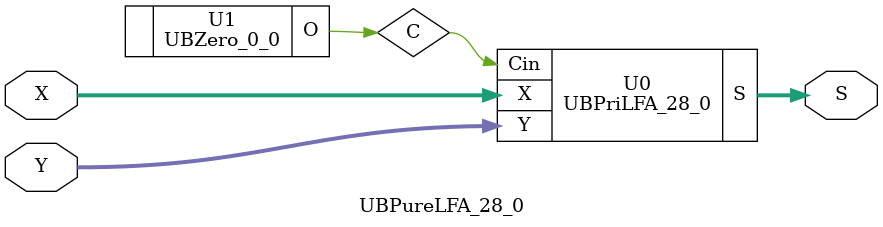
<source format=v>
/*----------------------------------------------------------------------------
  Copyright (c) 2021 Homma laboratory. All rights reserved.

  Top module: UBLFA_28_0_28_0

  Operand-1 length: 29
  Operand-2 length: 29
  Two-operand addition algorithm: Ladner-Fischer adder
----------------------------------------------------------------------------*/

module GPGenerator(Go, Po, A, B);
  output Go;
  output Po;
  input A;
  input B;
  assign Go = A & B;
  assign Po = A ^ B;
endmodule

module CarryOperator(Go, Po, Gi1, Pi1, Gi2, Pi2);
  output Go;
  output Po;
  input Gi1;
  input Gi2;
  input Pi1;
  input Pi2;
  assign Go = Gi1 | ( Gi2 & Pi1 );
  assign Po = Pi1 & Pi2;
endmodule

module UBPriLFA_28_0(S, X, Y, Cin);
  output [29:0] S;
  input Cin;
  input [28:0] X;
  input [28:0] Y;
  wire [28:0] G0;
  wire [28:0] G1;
  wire [28:0] G2;
  wire [28:0] G3;
  wire [28:0] G4;
  wire [28:0] G5;
  wire [28:0] P0;
  wire [28:0] P1;
  wire [28:0] P2;
  wire [28:0] P3;
  wire [28:0] P4;
  wire [28:0] P5;
  assign P1[0] = P0[0];
  assign G1[0] = G0[0];
  assign P1[2] = P0[2];
  assign G1[2] = G0[2];
  assign P1[4] = P0[4];
  assign G1[4] = G0[4];
  assign P1[6] = P0[6];
  assign G1[6] = G0[6];
  assign P1[8] = P0[8];
  assign G1[8] = G0[8];
  assign P1[10] = P0[10];
  assign G1[10] = G0[10];
  assign P1[12] = P0[12];
  assign G1[12] = G0[12];
  assign P1[14] = P0[14];
  assign G1[14] = G0[14];
  assign P1[16] = P0[16];
  assign G1[16] = G0[16];
  assign P1[18] = P0[18];
  assign G1[18] = G0[18];
  assign P1[20] = P0[20];
  assign G1[20] = G0[20];
  assign P1[22] = P0[22];
  assign G1[22] = G0[22];
  assign P1[24] = P0[24];
  assign G1[24] = G0[24];
  assign P1[26] = P0[26];
  assign G1[26] = G0[26];
  assign P1[28] = P0[28];
  assign G1[28] = G0[28];
  assign P2[0] = P1[0];
  assign G2[0] = G1[0];
  assign P2[1] = P1[1];
  assign G2[1] = G1[1];
  assign P2[4] = P1[4];
  assign G2[4] = G1[4];
  assign P2[5] = P1[5];
  assign G2[5] = G1[5];
  assign P2[8] = P1[8];
  assign G2[8] = G1[8];
  assign P2[9] = P1[9];
  assign G2[9] = G1[9];
  assign P2[12] = P1[12];
  assign G2[12] = G1[12];
  assign P2[13] = P1[13];
  assign G2[13] = G1[13];
  assign P2[16] = P1[16];
  assign G2[16] = G1[16];
  assign P2[17] = P1[17];
  assign G2[17] = G1[17];
  assign P2[20] = P1[20];
  assign G2[20] = G1[20];
  assign P2[21] = P1[21];
  assign G2[21] = G1[21];
  assign P2[24] = P1[24];
  assign G2[24] = G1[24];
  assign P2[25] = P1[25];
  assign G2[25] = G1[25];
  assign P2[28] = P1[28];
  assign G2[28] = G1[28];
  assign P3[0] = P2[0];
  assign G3[0] = G2[0];
  assign P3[1] = P2[1];
  assign G3[1] = G2[1];
  assign P3[2] = P2[2];
  assign G3[2] = G2[2];
  assign P3[3] = P2[3];
  assign G3[3] = G2[3];
  assign P3[8] = P2[8];
  assign G3[8] = G2[8];
  assign P3[9] = P2[9];
  assign G3[9] = G2[9];
  assign P3[10] = P2[10];
  assign G3[10] = G2[10];
  assign P3[11] = P2[11];
  assign G3[11] = G2[11];
  assign P3[16] = P2[16];
  assign G3[16] = G2[16];
  assign P3[17] = P2[17];
  assign G3[17] = G2[17];
  assign P3[18] = P2[18];
  assign G3[18] = G2[18];
  assign P3[19] = P2[19];
  assign G3[19] = G2[19];
  assign P3[24] = P2[24];
  assign G3[24] = G2[24];
  assign P3[25] = P2[25];
  assign G3[25] = G2[25];
  assign P3[26] = P2[26];
  assign G3[26] = G2[26];
  assign P3[27] = P2[27];
  assign G3[27] = G2[27];
  assign P4[0] = P3[0];
  assign G4[0] = G3[0];
  assign P4[1] = P3[1];
  assign G4[1] = G3[1];
  assign P4[2] = P3[2];
  assign G4[2] = G3[2];
  assign P4[3] = P3[3];
  assign G4[3] = G3[3];
  assign P4[4] = P3[4];
  assign G4[4] = G3[4];
  assign P4[5] = P3[5];
  assign G4[5] = G3[5];
  assign P4[6] = P3[6];
  assign G4[6] = G3[6];
  assign P4[7] = P3[7];
  assign G4[7] = G3[7];
  assign P4[16] = P3[16];
  assign G4[16] = G3[16];
  assign P4[17] = P3[17];
  assign G4[17] = G3[17];
  assign P4[18] = P3[18];
  assign G4[18] = G3[18];
  assign P4[19] = P3[19];
  assign G4[19] = G3[19];
  assign P4[20] = P3[20];
  assign G4[20] = G3[20];
  assign P4[21] = P3[21];
  assign G4[21] = G3[21];
  assign P4[22] = P3[22];
  assign G4[22] = G3[22];
  assign P4[23] = P3[23];
  assign G4[23] = G3[23];
  assign P5[0] = P4[0];
  assign G5[0] = G4[0];
  assign P5[1] = P4[1];
  assign G5[1] = G4[1];
  assign P5[2] = P4[2];
  assign G5[2] = G4[2];
  assign P5[3] = P4[3];
  assign G5[3] = G4[3];
  assign P5[4] = P4[4];
  assign G5[4] = G4[4];
  assign P5[5] = P4[5];
  assign G5[5] = G4[5];
  assign P5[6] = P4[6];
  assign G5[6] = G4[6];
  assign P5[7] = P4[7];
  assign G5[7] = G4[7];
  assign P5[8] = P4[8];
  assign G5[8] = G4[8];
  assign P5[9] = P4[9];
  assign G5[9] = G4[9];
  assign P5[10] = P4[10];
  assign G5[10] = G4[10];
  assign P5[11] = P4[11];
  assign G5[11] = G4[11];
  assign P5[12] = P4[12];
  assign G5[12] = G4[12];
  assign P5[13] = P4[13];
  assign G5[13] = G4[13];
  assign P5[14] = P4[14];
  assign G5[14] = G4[14];
  assign P5[15] = P4[15];
  assign G5[15] = G4[15];
  assign S[0] = Cin ^ P0[0];
  assign S[1] = ( G5[0] | ( P5[0] & Cin ) ) ^ P0[1];
  assign S[2] = ( G5[1] | ( P5[1] & Cin ) ) ^ P0[2];
  assign S[3] = ( G5[2] | ( P5[2] & Cin ) ) ^ P0[3];
  assign S[4] = ( G5[3] | ( P5[3] & Cin ) ) ^ P0[4];
  assign S[5] = ( G5[4] | ( P5[4] & Cin ) ) ^ P0[5];
  assign S[6] = ( G5[5] | ( P5[5] & Cin ) ) ^ P0[6];
  assign S[7] = ( G5[6] | ( P5[6] & Cin ) ) ^ P0[7];
  assign S[8] = ( G5[7] | ( P5[7] & Cin ) ) ^ P0[8];
  assign S[9] = ( G5[8] | ( P5[8] & Cin ) ) ^ P0[9];
  assign S[10] = ( G5[9] | ( P5[9] & Cin ) ) ^ P0[10];
  assign S[11] = ( G5[10] | ( P5[10] & Cin ) ) ^ P0[11];
  assign S[12] = ( G5[11] | ( P5[11] & Cin ) ) ^ P0[12];
  assign S[13] = ( G5[12] | ( P5[12] & Cin ) ) ^ P0[13];
  assign S[14] = ( G5[13] | ( P5[13] & Cin ) ) ^ P0[14];
  assign S[15] = ( G5[14] | ( P5[14] & Cin ) ) ^ P0[15];
  assign S[16] = ( G5[15] | ( P5[15] & Cin ) ) ^ P0[16];
  assign S[17] = ( G5[16] | ( P5[16] & Cin ) ) ^ P0[17];
  assign S[18] = ( G5[17] | ( P5[17] & Cin ) ) ^ P0[18];
  assign S[19] = ( G5[18] | ( P5[18] & Cin ) ) ^ P0[19];
  assign S[20] = ( G5[19] | ( P5[19] & Cin ) ) ^ P0[20];
  assign S[21] = ( G5[20] | ( P5[20] & Cin ) ) ^ P0[21];
  assign S[22] = ( G5[21] | ( P5[21] & Cin ) ) ^ P0[22];
  assign S[23] = ( G5[22] | ( P5[22] & Cin ) ) ^ P0[23];
  assign S[24] = ( G5[23] | ( P5[23] & Cin ) ) ^ P0[24];
  assign S[25] = ( G5[24] | ( P5[24] & Cin ) ) ^ P0[25];
  assign S[26] = ( G5[25] | ( P5[25] & Cin ) ) ^ P0[26];
  assign S[27] = ( G5[26] | ( P5[26] & Cin ) ) ^ P0[27];
  assign S[28] = ( G5[27] | ( P5[27] & Cin ) ) ^ P0[28];
  assign S[29] = G5[28] | ( P5[28] & Cin );
  GPGenerator U0 (G0[0], P0[0], X[0], Y[0]);
  GPGenerator U1 (G0[1], P0[1], X[1], Y[1]);
  GPGenerator U2 (G0[2], P0[2], X[2], Y[2]);
  GPGenerator U3 (G0[3], P0[3], X[3], Y[3]);
  GPGenerator U4 (G0[4], P0[4], X[4], Y[4]);
  GPGenerator U5 (G0[5], P0[5], X[5], Y[5]);
  GPGenerator U6 (G0[6], P0[6], X[6], Y[6]);
  GPGenerator U7 (G0[7], P0[7], X[7], Y[7]);
  GPGenerator U8 (G0[8], P0[8], X[8], Y[8]);
  GPGenerator U9 (G0[9], P0[9], X[9], Y[9]);
  GPGenerator U10 (G0[10], P0[10], X[10], Y[10]);
  GPGenerator U11 (G0[11], P0[11], X[11], Y[11]);
  GPGenerator U12 (G0[12], P0[12], X[12], Y[12]);
  GPGenerator U13 (G0[13], P0[13], X[13], Y[13]);
  GPGenerator U14 (G0[14], P0[14], X[14], Y[14]);
  GPGenerator U15 (G0[15], P0[15], X[15], Y[15]);
  GPGenerator U16 (G0[16], P0[16], X[16], Y[16]);
  GPGenerator U17 (G0[17], P0[17], X[17], Y[17]);
  GPGenerator U18 (G0[18], P0[18], X[18], Y[18]);
  GPGenerator U19 (G0[19], P0[19], X[19], Y[19]);
  GPGenerator U20 (G0[20], P0[20], X[20], Y[20]);
  GPGenerator U21 (G0[21], P0[21], X[21], Y[21]);
  GPGenerator U22 (G0[22], P0[22], X[22], Y[22]);
  GPGenerator U23 (G0[23], P0[23], X[23], Y[23]);
  GPGenerator U24 (G0[24], P0[24], X[24], Y[24]);
  GPGenerator U25 (G0[25], P0[25], X[25], Y[25]);
  GPGenerator U26 (G0[26], P0[26], X[26], Y[26]);
  GPGenerator U27 (G0[27], P0[27], X[27], Y[27]);
  GPGenerator U28 (G0[28], P0[28], X[28], Y[28]);
  CarryOperator U29 (G1[1], P1[1], G0[1], P0[1], G0[0], P0[0]);
  CarryOperator U30 (G1[3], P1[3], G0[3], P0[3], G0[2], P0[2]);
  CarryOperator U31 (G1[5], P1[5], G0[5], P0[5], G0[4], P0[4]);
  CarryOperator U32 (G1[7], P1[7], G0[7], P0[7], G0[6], P0[6]);
  CarryOperator U33 (G1[9], P1[9], G0[9], P0[9], G0[8], P0[8]);
  CarryOperator U34 (G1[11], P1[11], G0[11], P0[11], G0[10], P0[10]);
  CarryOperator U35 (G1[13], P1[13], G0[13], P0[13], G0[12], P0[12]);
  CarryOperator U36 (G1[15], P1[15], G0[15], P0[15], G0[14], P0[14]);
  CarryOperator U37 (G1[17], P1[17], G0[17], P0[17], G0[16], P0[16]);
  CarryOperator U38 (G1[19], P1[19], G0[19], P0[19], G0[18], P0[18]);
  CarryOperator U39 (G1[21], P1[21], G0[21], P0[21], G0[20], P0[20]);
  CarryOperator U40 (G1[23], P1[23], G0[23], P0[23], G0[22], P0[22]);
  CarryOperator U41 (G1[25], P1[25], G0[25], P0[25], G0[24], P0[24]);
  CarryOperator U42 (G1[27], P1[27], G0[27], P0[27], G0[26], P0[26]);
  CarryOperator U43 (G2[2], P2[2], G1[2], P1[2], G1[1], P1[1]);
  CarryOperator U44 (G2[3], P2[3], G1[3], P1[3], G1[1], P1[1]);
  CarryOperator U45 (G2[6], P2[6], G1[6], P1[6], G1[5], P1[5]);
  CarryOperator U46 (G2[7], P2[7], G1[7], P1[7], G1[5], P1[5]);
  CarryOperator U47 (G2[10], P2[10], G1[10], P1[10], G1[9], P1[9]);
  CarryOperator U48 (G2[11], P2[11], G1[11], P1[11], G1[9], P1[9]);
  CarryOperator U49 (G2[14], P2[14], G1[14], P1[14], G1[13], P1[13]);
  CarryOperator U50 (G2[15], P2[15], G1[15], P1[15], G1[13], P1[13]);
  CarryOperator U51 (G2[18], P2[18], G1[18], P1[18], G1[17], P1[17]);
  CarryOperator U52 (G2[19], P2[19], G1[19], P1[19], G1[17], P1[17]);
  CarryOperator U53 (G2[22], P2[22], G1[22], P1[22], G1[21], P1[21]);
  CarryOperator U54 (G2[23], P2[23], G1[23], P1[23], G1[21], P1[21]);
  CarryOperator U55 (G2[26], P2[26], G1[26], P1[26], G1[25], P1[25]);
  CarryOperator U56 (G2[27], P2[27], G1[27], P1[27], G1[25], P1[25]);
  CarryOperator U57 (G3[4], P3[4], G2[4], P2[4], G2[3], P2[3]);
  CarryOperator U58 (G3[5], P3[5], G2[5], P2[5], G2[3], P2[3]);
  CarryOperator U59 (G3[6], P3[6], G2[6], P2[6], G2[3], P2[3]);
  CarryOperator U60 (G3[7], P3[7], G2[7], P2[7], G2[3], P2[3]);
  CarryOperator U61 (G3[12], P3[12], G2[12], P2[12], G2[11], P2[11]);
  CarryOperator U62 (G3[13], P3[13], G2[13], P2[13], G2[11], P2[11]);
  CarryOperator U63 (G3[14], P3[14], G2[14], P2[14], G2[11], P2[11]);
  CarryOperator U64 (G3[15], P3[15], G2[15], P2[15], G2[11], P2[11]);
  CarryOperator U65 (G3[20], P3[20], G2[20], P2[20], G2[19], P2[19]);
  CarryOperator U66 (G3[21], P3[21], G2[21], P2[21], G2[19], P2[19]);
  CarryOperator U67 (G3[22], P3[22], G2[22], P2[22], G2[19], P2[19]);
  CarryOperator U68 (G3[23], P3[23], G2[23], P2[23], G2[19], P2[19]);
  CarryOperator U69 (G3[28], P3[28], G2[28], P2[28], G2[27], P2[27]);
  CarryOperator U70 (G4[8], P4[8], G3[8], P3[8], G3[7], P3[7]);
  CarryOperator U71 (G4[9], P4[9], G3[9], P3[9], G3[7], P3[7]);
  CarryOperator U72 (G4[10], P4[10], G3[10], P3[10], G3[7], P3[7]);
  CarryOperator U73 (G4[11], P4[11], G3[11], P3[11], G3[7], P3[7]);
  CarryOperator U74 (G4[12], P4[12], G3[12], P3[12], G3[7], P3[7]);
  CarryOperator U75 (G4[13], P4[13], G3[13], P3[13], G3[7], P3[7]);
  CarryOperator U76 (G4[14], P4[14], G3[14], P3[14], G3[7], P3[7]);
  CarryOperator U77 (G4[15], P4[15], G3[15], P3[15], G3[7], P3[7]);
  CarryOperator U78 (G4[24], P4[24], G3[24], P3[24], G3[23], P3[23]);
  CarryOperator U79 (G4[25], P4[25], G3[25], P3[25], G3[23], P3[23]);
  CarryOperator U80 (G4[26], P4[26], G3[26], P3[26], G3[23], P3[23]);
  CarryOperator U81 (G4[27], P4[27], G3[27], P3[27], G3[23], P3[23]);
  CarryOperator U82 (G4[28], P4[28], G3[28], P3[28], G3[23], P3[23]);
  CarryOperator U83 (G5[16], P5[16], G4[16], P4[16], G4[15], P4[15]);
  CarryOperator U84 (G5[17], P5[17], G4[17], P4[17], G4[15], P4[15]);
  CarryOperator U85 (G5[18], P5[18], G4[18], P4[18], G4[15], P4[15]);
  CarryOperator U86 (G5[19], P5[19], G4[19], P4[19], G4[15], P4[15]);
  CarryOperator U87 (G5[20], P5[20], G4[20], P4[20], G4[15], P4[15]);
  CarryOperator U88 (G5[21], P5[21], G4[21], P4[21], G4[15], P4[15]);
  CarryOperator U89 (G5[22], P5[22], G4[22], P4[22], G4[15], P4[15]);
  CarryOperator U90 (G5[23], P5[23], G4[23], P4[23], G4[15], P4[15]);
  CarryOperator U91 (G5[24], P5[24], G4[24], P4[24], G4[15], P4[15]);
  CarryOperator U92 (G5[25], P5[25], G4[25], P4[25], G4[15], P4[15]);
  CarryOperator U93 (G5[26], P5[26], G4[26], P4[26], G4[15], P4[15]);
  CarryOperator U94 (G5[27], P5[27], G4[27], P4[27], G4[15], P4[15]);
  CarryOperator U95 (G5[28], P5[28], G4[28], P4[28], G4[15], P4[15]);
endmodule

module UBZero_0_0(O);
  output [0:0] O;
  assign O[0] = 0;
endmodule

module UBLFA_28_0_28_0 (S, X, Y);
  output [29:0] S;
  input [28:0] X;
  input [28:0] Y;
  UBPureLFA_28_0 U0 (S[29:0], X[28:0], Y[28:0]);
endmodule

module UBPureLFA_28_0 (S, X, Y);
  output [29:0] S;
  input [28:0] X;
  input [28:0] Y;
  wire C;
  UBPriLFA_28_0 U0 (S, X, Y, C);
  UBZero_0_0 U1 (C);
endmodule


</source>
